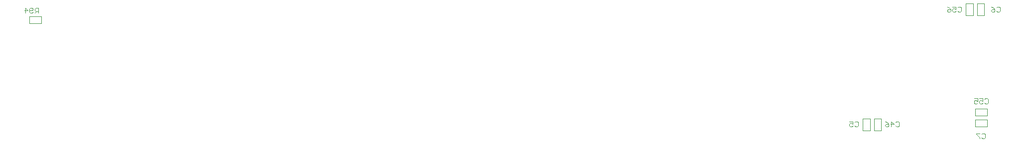
<source format=gbo>
*%FSLAX23Y23*%
*%MOIN*%
G01*
D12*
X11076Y8410D02*
X11082Y8416D01*
X11094D01*
X11099Y8410D01*
Y8387D01*
X11094Y8381D01*
X11082D01*
X11076Y8387D01*
X11064Y8416D02*
X11041D01*
X11064D02*
Y8398D01*
X11053Y8404D01*
X11047D01*
X11041Y8398D01*
Y8387D01*
X11047Y8381D01*
X11059D01*
X11064Y8387D01*
X11018Y8410D02*
X11006Y8416D01*
X11018Y8410D02*
X11029Y8398D01*
Y8387D01*
X11024Y8381D01*
X11012D01*
X11006Y8387D01*
Y8393D01*
X11012Y8398D01*
X11029D01*
X11336Y8410D02*
X11342Y8416D01*
X11354D01*
X11359Y8410D01*
Y8387D01*
X11354Y8381D01*
X11342D01*
X11336Y8387D01*
X11313Y8410D02*
X11301Y8416D01*
X11313Y8410D02*
X11324Y8398D01*
Y8387D01*
X11319Y8381D01*
X11307D01*
X11301Y8387D01*
Y8393D01*
X11307Y8398D01*
X11324D01*
X10667Y7646D02*
X10661Y7640D01*
X10667Y7646D02*
X10679D01*
X10684Y7640D01*
Y7617D01*
X10679Y7611D01*
X10667D01*
X10661Y7617D01*
X10632Y7611D02*
Y7646D01*
X10649Y7628D01*
X10626D01*
X10603Y7640D02*
X10591Y7646D01*
X10603Y7640D02*
X10614Y7628D01*
Y7617D01*
X10609Y7611D01*
X10597D01*
X10591Y7617D01*
Y7623D01*
X10597Y7628D01*
X10614D01*
X10392Y7646D02*
X10386Y7640D01*
X10392Y7646D02*
X10404D01*
X10409Y7640D01*
Y7617D01*
X10404Y7611D01*
X10392D01*
X10386Y7617D01*
X10374Y7646D02*
X10351D01*
X10374D02*
Y7628D01*
X10363Y7634D01*
X10357D01*
X10351Y7628D01*
Y7617D01*
X10357Y7611D01*
X10369D01*
X10374Y7617D01*
X11236Y7560D02*
X11242Y7566D01*
X11254D01*
X11259Y7560D01*
Y7537D01*
X11254Y7531D01*
X11242D01*
X11236Y7537D01*
X11224Y7566D02*
X11201D01*
Y7560D01*
X11224Y7537D01*
Y7531D01*
X11256Y7795D02*
X11262Y7801D01*
X11274D01*
X11279Y7795D01*
Y7772D01*
X11274Y7766D01*
X11262D01*
X11256Y7772D01*
X11244Y7801D02*
X11221D01*
X11244D02*
Y7783D01*
X11233Y7789D01*
X11227D01*
X11221Y7783D01*
Y7772D01*
X11227Y7766D01*
X11239D01*
X11244Y7772D01*
X11209Y7801D02*
X11186D01*
X11209D02*
Y7783D01*
X11198Y7789D01*
X11192D01*
X11186Y7783D01*
Y7772D01*
X11192Y7766D01*
X11204D01*
X11209Y7772D01*
X4920Y8374D02*
Y8409D01*
X4903D01*
X4897Y8403D01*
Y8391D01*
X4903Y8386D01*
X4920D01*
X4908D02*
X4897Y8374D01*
X4885Y8380D02*
X4879Y8374D01*
X4868D01*
X4862Y8380D01*
Y8403D01*
X4868Y8409D01*
X4879D01*
X4885Y8403D01*
Y8397D01*
X4879Y8391D01*
X4862D01*
X4833Y8374D02*
Y8409D01*
X4850Y8391D01*
X4827D01*
D14*
X11179Y8359D02*
Y8438D01*
X11131D02*
Y8359D01*
X11131Y8359D02*
X11179D01*
Y8438D02*
X11131D01*
X11254Y8438D02*
Y8359D01*
X11206D02*
Y8438D01*
X11206Y8359D02*
X11254D01*
Y8438D02*
X11206D01*
X10516Y7664D02*
Y7585D01*
X10564D02*
Y7664D01*
X10564Y7664D02*
X10516D01*
Y7585D02*
X10564D01*
X10441Y7585D02*
Y7664D01*
X10489D02*
Y7585D01*
X10489Y7664D02*
X10441D01*
Y7585D02*
X10489D01*
X11195Y7610D02*
Y7658D01*
X11274D02*
Y7610D01*
X11274Y7610D02*
X11195D01*
Y7658D02*
X11274D01*
X11195Y7685D02*
Y7733D01*
X11274D02*
Y7685D01*
X11274Y7685D02*
X11195D01*
Y7733D02*
X11274D01*
X4861Y8305D02*
Y8353D01*
X4940D02*
Y8305D01*
X4940Y8305D02*
X4861D01*
Y8353D02*
X4940D01*
D02*
M02*

</source>
